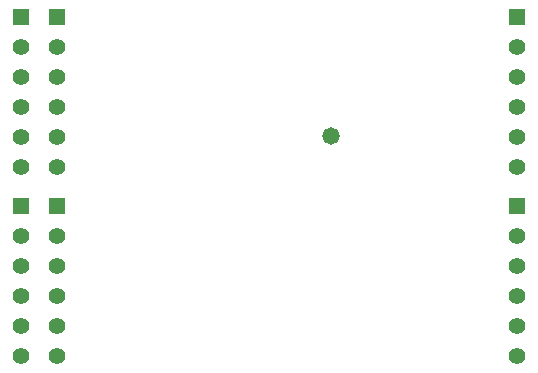
<source format=gbs>
G04*
G04 #@! TF.GenerationSoftware,Altium Limited,Altium Designer,24.5.2 (23)*
G04*
G04 Layer_Color=16711935*
%FSLAX44Y44*%
%MOMM*%
G71*
G04*
G04 #@! TF.SameCoordinates,FF7F0701-0BDD-48FF-8A56-710F3804CBA9*
G04*
G04*
G04 #@! TF.FilePolarity,Negative*
G04*
G01*
G75*
%ADD10R,1.4232X1.4232*%
%ADD11C,1.4232*%
%ADD12C,1.4732*%
D10*
X80000Y313500D02*
D03*
X110000Y473500D02*
D03*
Y313500D02*
D03*
X80000Y473500D02*
D03*
X500000Y313500D02*
D03*
Y473500D02*
D03*
D11*
X80000Y288100D02*
D03*
Y262700D02*
D03*
Y237300D02*
D03*
Y211900D02*
D03*
Y186500D02*
D03*
X110000Y448100D02*
D03*
Y422700D02*
D03*
Y397300D02*
D03*
Y371900D02*
D03*
Y346500D02*
D03*
Y288100D02*
D03*
Y262700D02*
D03*
Y237300D02*
D03*
Y211900D02*
D03*
Y186500D02*
D03*
X80000Y448100D02*
D03*
Y422700D02*
D03*
Y397300D02*
D03*
Y371900D02*
D03*
Y346500D02*
D03*
X500000Y186500D02*
D03*
Y211900D02*
D03*
Y237300D02*
D03*
Y262700D02*
D03*
Y288100D02*
D03*
Y346500D02*
D03*
Y371900D02*
D03*
Y397300D02*
D03*
Y422700D02*
D03*
Y448100D02*
D03*
D12*
X342500Y372500D02*
D03*
M02*

</source>
